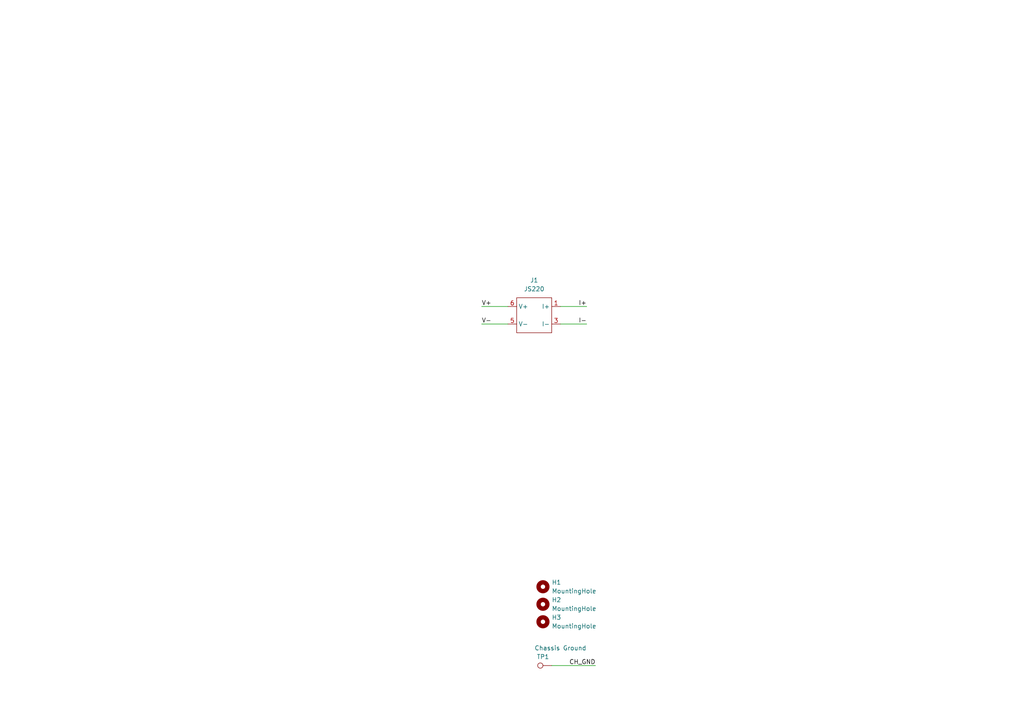
<source format=kicad_sch>
(kicad_sch (version 20211123) (generator eeschema)
  (paper "A4")
  (title_block (title "Joulescope JS220 Front Panel Template") (date "2022-11-12") (rev "1.2") (company "Alvaro Prieto"))
  (lib_symbols
    (symbol "Connector:TestPoint" (pin_numbers hide) (pin_names (offset 0.762) hide)
      (property "Reference" "TP" (at 0 6.858 0))
      (property "Value" "TestPoint" (at 0 5.08 0))
      (symbol "TestPoint_0_1"
        (circle (center 0 3.302) (radius 0.762))
      )
      (symbol "TestPoint_1_1"
        (pin passive line (at 0 0 90) (length 2.54) (name "1") (number "1"))
      )
    )
    (symbol "Joulescope:JS220"
      (property "Reference" "J1" (at 0 10.16 0))
      (property "Value" "JS220" (at 0 7.62 0))
      (symbol "JS220_0_1"
        (rectangle (start -5.08 -5.08) (end 5.08 -5.08) (stroke (width 0.1524)))
        (rectangle (start -5.08 5.08) (end -5.08 -5.08) (stroke (width 0.1524)))
        (rectangle (start -5.08 5.08) (end 5.08 5.08) (stroke (width 0.1524)))
        (rectangle (start 5.08 5.08) (end 5.08 -5.08) (stroke (width 0.1524)))
      )
      (symbol "JS220_1_1"
        (pin power_in line (at 7.62 2.54 180) (length 2.54) (name "I+") (number "1"))
        (pin passive line (at 7.62 2.54 180) (length 2.54) hide (name "I+") (number "2"))
        (pin power_out line (at 7.62 -2.54 180) (length 2.54) (name "I-") (number "3"))
        (pin passive line (at 7.62 -2.54 180) (length 2.54) hide (name "I-") (number "4"))
        (pin power_in line (at -7.62 -2.54 0) (length 2.54) (name "V-") (number "5"))
        (pin power_in line (at -7.62 2.54 0) (length 2.54) (name "V+") (number "6"))
      )
    )
    (symbol "Mechanical:MountingHole" (pin_names (offset 1.016))
      (property "Reference" "H" (at 0 5.08 0))
      (property "Value" "MountingHole" (at 0 3.175 0))
      (symbol "MountingHole_0_1"
        (circle (center 0 0) (radius 1.27) (stroke (width 1.27)))
      )
    )
  )
  (wire (pts (xy 162.56 88.9) (xy 170.18 88.9)))
  (wire (pts (xy 162.56 93.98) (xy 170.18 93.98)))
  (wire (pts (xy 147.32 88.9) (xy 139.7 88.9)))
  (wire (pts (xy 160.02 193.04) (xy 172.72 193.04)))
  (wire (pts (xy 139.7 93.98) (xy 147.32 93.98)))
  (label "I-" (at 170.18 93.98 180))
  (label "V-" (at 139.7 93.98 0))
  (label "V+" (at 139.7 88.9 0))
  (label "CH_GND" (at 172.72 193.04 180))
  (label "I+" (at 170.18 88.9 180))
  (symbol (lib_id "Connector:TestPoint") (at 160.02 193.04 90) (unit 1)
    (property "Reference" "TP1" (at 157.48 190.5 90))
    (property "Value" "Chassis Ground" (at 162.56 187.96 90))
    (property "Footprint" "Joulescope:TINY_TP" (effects hide))
  )
  (symbol (lib_id "Mechanical:MountingHole") (at 157.48 170.18 0) (unit 1)
    (property "Reference" "H1" (at 160.02 168.9099 0) (effects (justify left)))
    (property "Value" "MountingHole" (at 160.02 171.4499 0) (effects (justify left)))
    (property "Footprint" "Joulescope:MOUNTING_HOLE_3.5_W_KO" (effects hide))
  )
  (symbol (lib_id "Mechanical:MountingHole") (at 157.48 180.34 0) (unit 1)
    (property "Reference" "H3" (at 160.02 179.0699 0) (effects (justify left)))
    (property "Value" "MountingHole" (at 160.02 181.6099 0) (effects (justify left)))
    (property "Footprint" "Joulescope:MOUNTING_HOLE_3.3MM" (effects hide))
  )
  (symbol (lib_id "Mechanical:MountingHole") (at 157.48 175.26 0) (unit 1)
    (property "Reference" "H2" (at 160.02 173.9899 0) (effects (justify left)))
    (property "Value" "MountingHole" (at 160.02 176.5299 0) (effects (justify left)))
    (property "Footprint" "Joulescope:MOUNTING_HOLE_3.5_W_KO" (effects hide))
  )
  (symbol (lib_id "Joulescope:JS220") (at 154.94 91.44 0) (unit 1)
    (property "Reference" "J1" (at 154.94 81.28 0))
    (property "Value" "JS220" (at 154.94 83.82 0))
    (property "Footprint" "Joulescope:SAMTEC_TSM-103-01-S-DV-A" (effects hide))
  )
)
</source>
